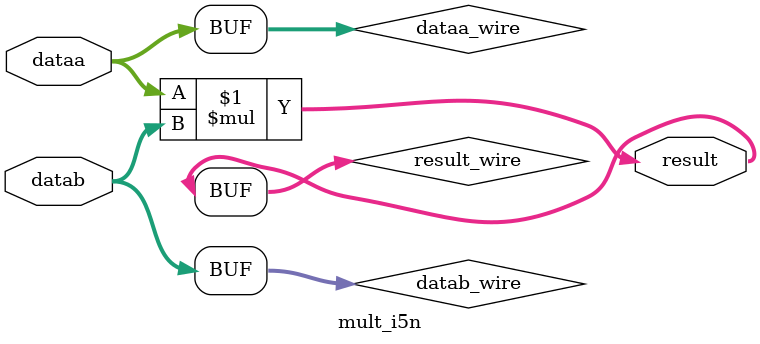
<source format=v>






//synthesis_resources = 
//synopsys translate_off
`timescale 1 ps / 1 ps
//synopsys translate_on
module  mult_i5n
	( 
	dataa,
	datab,
	result) /* synthesis synthesis_clearbox=1 */;
	input   [8:0]  dataa;
	input   [8:0]  datab;
	output   [17:0]  result;

	wire [8:0]    dataa_wire;
	wire [8:0]    datab_wire;
	wire [17:0]    result_wire;



	assign dataa_wire = dataa;
	assign datab_wire = datab;
	assign result_wire = dataa_wire * datab_wire;
	assign result = ({result_wire[17:0]});

endmodule //mult_i5n
//VALID FILE

</source>
